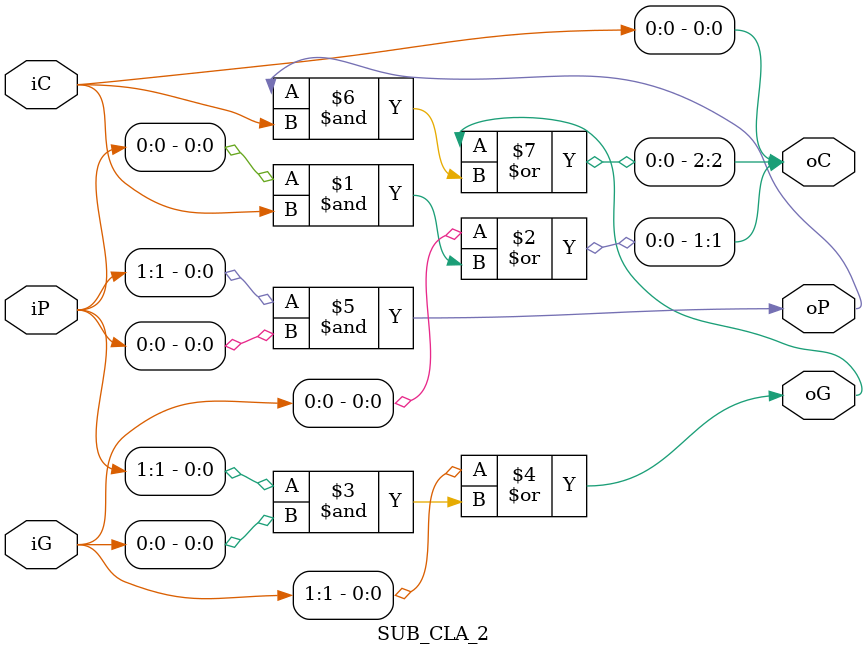
<source format=v>
module SUB_CLA_2(
    iG,
    iP,
    iC,
    oG,
    oP,
    oC
);

input   [1:0]   iG, iP;
input           iC;

output          oG  , oP;
output  [2:0]   oC;

assign  oC[0] = iC;
assign  oC[1] = iG[0] | (iP[0] & oC[0]);

assign  oG = iG[1] | (iP[1] & iG[0]);
assign  oP = iP[1] & iP[0];

assign  oC[2] = oG | (oP & oC[0]);

endmodule
</source>
